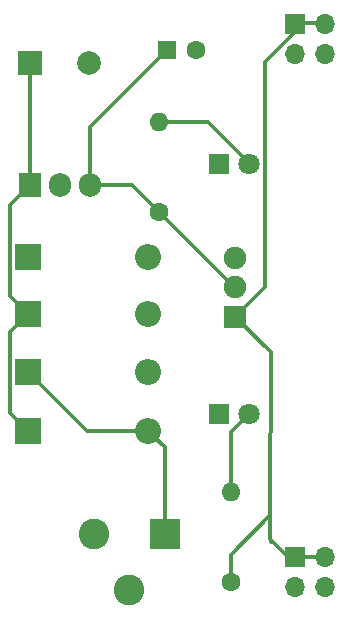
<source format=gtl>
%TF.GenerationSoftware,KiCad,Pcbnew,(5.1.9)-1*%
%TF.CreationDate,2021-04-14T15:21:08+05:30*%
%TF.ProjectId,kicadp_1,6b696361-6470-45f3-912e-6b696361645f,v1*%
%TF.SameCoordinates,Original*%
%TF.FileFunction,Copper,L1,Top*%
%TF.FilePolarity,Positive*%
%FSLAX46Y46*%
G04 Gerber Fmt 4.6, Leading zero omitted, Abs format (unit mm)*
G04 Created by KiCad (PCBNEW (5.1.9)-1) date 2021-04-14 15:21:08*
%MOMM*%
%LPD*%
G01*
G04 APERTURE LIST*
%TA.AperFunction,ComponentPad*%
%ADD10R,2.000000X2.000000*%
%TD*%
%TA.AperFunction,ComponentPad*%
%ADD11C,2.000000*%
%TD*%
%TA.AperFunction,ComponentPad*%
%ADD12R,1.600000X1.600000*%
%TD*%
%TA.AperFunction,ComponentPad*%
%ADD13C,1.600000*%
%TD*%
%TA.AperFunction,ComponentPad*%
%ADD14R,1.800000X1.800000*%
%TD*%
%TA.AperFunction,ComponentPad*%
%ADD15C,1.800000*%
%TD*%
%TA.AperFunction,ComponentPad*%
%ADD16O,2.200000X2.200000*%
%TD*%
%TA.AperFunction,ComponentPad*%
%ADD17R,2.200000X2.200000*%
%TD*%
%TA.AperFunction,ComponentPad*%
%ADD18R,2.600000X2.600000*%
%TD*%
%TA.AperFunction,ComponentPad*%
%ADD19C,2.600000*%
%TD*%
%TA.AperFunction,ComponentPad*%
%ADD20O,1.700000X1.700000*%
%TD*%
%TA.AperFunction,ComponentPad*%
%ADD21R,1.700000X1.700000*%
%TD*%
%TA.AperFunction,ComponentPad*%
%ADD22O,1.600000X1.600000*%
%TD*%
%TA.AperFunction,ComponentPad*%
%ADD23R,1.900000X1.900000*%
%TD*%
%TA.AperFunction,ComponentPad*%
%ADD24C,1.900000*%
%TD*%
%TA.AperFunction,ComponentPad*%
%ADD25R,1.905000X2.000000*%
%TD*%
%TA.AperFunction,ComponentPad*%
%ADD26O,1.905000X2.000000*%
%TD*%
%TA.AperFunction,Conductor*%
%ADD27C,0.300000*%
%TD*%
G04 APERTURE END LIST*
D10*
%TO.P,C1,1*%
%TO.N,/vin*%
X66167000Y-44069000D03*
D11*
%TO.P,C1,2*%
%TO.N,/v-*%
X71167000Y-44069000D03*
%TD*%
D12*
%TO.P,C2,1*%
%TO.N,/Vout1*%
X77764000Y-42926000D03*
D13*
%TO.P,C2,2*%
%TO.N,/v-*%
X80264000Y-42926000D03*
%TD*%
D14*
%TO.P,D1,1*%
%TO.N,/v-*%
X82169000Y-52578000D03*
D15*
%TO.P,D1,2*%
%TO.N,Net-(D1-Pad2)*%
X84709000Y-52578000D03*
%TD*%
D16*
%TO.P,D2,2*%
%TO.N,Net-(D2-Pad2)*%
X76200000Y-75184000D03*
D17*
%TO.P,D2,1*%
%TO.N,/vin*%
X66040000Y-75184000D03*
%TD*%
D16*
%TO.P,D3,2*%
%TO.N,Net-(D3-Pad2)*%
X76200000Y-65278000D03*
D17*
%TO.P,D3,1*%
%TO.N,/vin*%
X66040000Y-65278000D03*
%TD*%
D15*
%TO.P,D4,2*%
%TO.N,Net-(D4-Pad2)*%
X84709000Y-73787000D03*
D14*
%TO.P,D4,1*%
%TO.N,/v-*%
X82169000Y-73787000D03*
%TD*%
D17*
%TO.P,D5,1*%
%TO.N,Net-(D2-Pad2)*%
X66040000Y-70231000D03*
D16*
%TO.P,D5,2*%
%TO.N,/v-*%
X76200000Y-70231000D03*
%TD*%
D17*
%TO.P,D6,1*%
%TO.N,Net-(D3-Pad2)*%
X66040000Y-60452000D03*
D16*
%TO.P,D6,2*%
%TO.N,/v-*%
X76200000Y-60452000D03*
%TD*%
D18*
%TO.P,J1,1*%
%TO.N,Net-(D2-Pad2)*%
X77597000Y-83947000D03*
D19*
%TO.P,J1,2*%
%TO.N,Net-(D3-Pad2)*%
X71597000Y-83947000D03*
%TO.P,J1,3*%
%TO.N,Net-(J1-Pad3)*%
X74597000Y-88647000D03*
%TD*%
D20*
%TO.P,J2,4*%
%TO.N,/v-*%
X91186000Y-43307000D03*
%TO.P,J2,3*%
X88646000Y-43307000D03*
%TO.P,J2,2*%
%TO.N,/Vout2*%
X91186000Y-40767000D03*
D21*
%TO.P,J2,1*%
X88646000Y-40767000D03*
%TD*%
%TO.P,J3,1*%
%TO.N,/Vout2*%
X88646000Y-85852000D03*
D20*
%TO.P,J3,2*%
X91186000Y-85852000D03*
%TO.P,J3,3*%
%TO.N,/v-*%
X88646000Y-88392000D03*
%TO.P,J3,4*%
X91186000Y-88392000D03*
%TD*%
D13*
%TO.P,R1,1*%
%TO.N,/Vout1*%
X77089000Y-56642000D03*
D22*
%TO.P,R1,2*%
%TO.N,Net-(D1-Pad2)*%
X77089000Y-49022000D03*
%TD*%
%TO.P,R2,2*%
%TO.N,Net-(D4-Pad2)*%
X83185000Y-80391000D03*
D13*
%TO.P,R2,1*%
%TO.N,/Vout2*%
X83185000Y-88011000D03*
%TD*%
D23*
%TO.P,S1,1*%
%TO.N,/Vout2*%
X83566000Y-65532000D03*
D24*
%TO.P,S1,2*%
%TO.N,/Vout1*%
X83566000Y-63032000D03*
%TO.P,S1,3*%
%TO.N,Net-(S1-Pad3)*%
X83566000Y-60532000D03*
%TD*%
D25*
%TO.P,U1,1*%
%TO.N,/vin*%
X66167000Y-54356000D03*
D26*
%TO.P,U1,2*%
%TO.N,/v-*%
X68707000Y-54356000D03*
%TO.P,U1,3*%
%TO.N,/Vout1*%
X71247000Y-54356000D03*
%TD*%
D27*
%TO.N,/vin*%
X64489999Y-66828001D02*
X66040000Y-65278000D01*
X64489999Y-73633999D02*
X64489999Y-66828001D01*
X66040000Y-75184000D02*
X64489999Y-73633999D01*
X64489999Y-56033001D02*
X66167000Y-54356000D01*
X64489999Y-63727999D02*
X64489999Y-56033001D01*
X66040000Y-65278000D02*
X64489999Y-63727999D01*
X66167000Y-44069000D02*
X66167000Y-54356000D01*
%TO.N,/Vout1*%
X74803000Y-54356000D02*
X77089000Y-56642000D01*
X71247000Y-54356000D02*
X74803000Y-54356000D01*
X83479000Y-63032000D02*
X83566000Y-63032000D01*
X77089000Y-56642000D02*
X83479000Y-63032000D01*
X71247000Y-49443000D02*
X71247000Y-54356000D01*
X77764000Y-42926000D02*
X71247000Y-49443000D01*
%TO.N,Net-(D1-Pad2)*%
X84709000Y-52507998D02*
X84709000Y-52578000D01*
X81223002Y-49022000D02*
X84709000Y-52507998D01*
X77089000Y-49022000D02*
X81223002Y-49022000D01*
%TO.N,Net-(D2-Pad2)*%
X70993000Y-75184000D02*
X66040000Y-70231000D01*
X76200000Y-75184000D02*
X70993000Y-75184000D01*
X77597000Y-76581000D02*
X76200000Y-75184000D01*
X77597000Y-83947000D02*
X77597000Y-76581000D01*
%TO.N,Net-(D4-Pad2)*%
X83185000Y-75311000D02*
X84709000Y-73787000D01*
X83185000Y-80391000D02*
X83185000Y-75311000D01*
%TO.N,/Vout2*%
X91313000Y-40660000D02*
X88773000Y-40660000D01*
X86059001Y-63038999D02*
X83566000Y-65532000D01*
X86059001Y-43989997D02*
X86059001Y-63038999D01*
X88773000Y-41275998D02*
X86059001Y-43989997D01*
X88773000Y-40660000D02*
X88773000Y-41275998D01*
X87777000Y-85618000D02*
X88646000Y-85618000D01*
X83566000Y-65532000D02*
X86570087Y-68536088D01*
X86614000Y-84455000D02*
X87777000Y-85618000D01*
X86517348Y-84358348D02*
X86614000Y-84455000D01*
X86614000Y-84582000D02*
X86614000Y-84455000D01*
X83185000Y-85672196D02*
X86524098Y-82333098D01*
X83185000Y-88011000D02*
X83185000Y-85672196D01*
X86524098Y-82333098D02*
X86517348Y-84358348D01*
X86570087Y-68536088D02*
X86524098Y-82333098D01*
X91186000Y-85852000D02*
X88646000Y-85852000D01*
%TD*%
M02*

</source>
